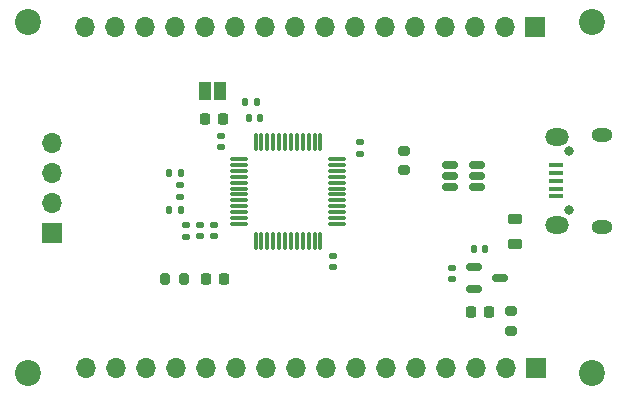
<source format=gbr>
%TF.GenerationSoftware,KiCad,Pcbnew,8.0.5*%
%TF.CreationDate,2025-01-04T11:00:39+02:00*%
%TF.ProjectId,STM32F103,53544d33-3246-4313-9033-2e6b69636164,rev?*%
%TF.SameCoordinates,Original*%
%TF.FileFunction,Soldermask,Top*%
%TF.FilePolarity,Negative*%
%FSLAX46Y46*%
G04 Gerber Fmt 4.6, Leading zero omitted, Abs format (unit mm)*
G04 Created by KiCad (PCBNEW 8.0.5) date 2025-01-04 11:00:39*
%MOMM*%
%LPD*%
G01*
G04 APERTURE LIST*
G04 Aperture macros list*
%AMRoundRect*
0 Rectangle with rounded corners*
0 $1 Rounding radius*
0 $2 $3 $4 $5 $6 $7 $8 $9 X,Y pos of 4 corners*
0 Add a 4 corners polygon primitive as box body*
4,1,4,$2,$3,$4,$5,$6,$7,$8,$9,$2,$3,0*
0 Add four circle primitives for the rounded corners*
1,1,$1+$1,$2,$3*
1,1,$1+$1,$4,$5*
1,1,$1+$1,$6,$7*
1,1,$1+$1,$8,$9*
0 Add four rect primitives between the rounded corners*
20,1,$1+$1,$2,$3,$4,$5,0*
20,1,$1+$1,$4,$5,$6,$7,0*
20,1,$1+$1,$6,$7,$8,$9,0*
20,1,$1+$1,$8,$9,$2,$3,0*%
G04 Aperture macros list end*
%ADD10C,2.200000*%
%ADD11R,1.700000X1.700000*%
%ADD12O,1.700000X1.700000*%
%ADD13RoundRect,0.150000X-0.512500X-0.150000X0.512500X-0.150000X0.512500X0.150000X-0.512500X0.150000X0*%
%ADD14RoundRect,0.200000X-0.275000X0.200000X-0.275000X-0.200000X0.275000X-0.200000X0.275000X0.200000X0*%
%ADD15RoundRect,0.200000X0.200000X0.275000X-0.200000X0.275000X-0.200000X-0.275000X0.200000X-0.275000X0*%
%ADD16RoundRect,0.225000X0.225000X0.250000X-0.225000X0.250000X-0.225000X-0.250000X0.225000X-0.250000X0*%
%ADD17RoundRect,0.075000X-0.662500X-0.075000X0.662500X-0.075000X0.662500X0.075000X-0.662500X0.075000X0*%
%ADD18RoundRect,0.075000X-0.075000X-0.662500X0.075000X-0.662500X0.075000X0.662500X-0.075000X0.662500X0*%
%ADD19RoundRect,0.135000X-0.135000X-0.185000X0.135000X-0.185000X0.135000X0.185000X-0.135000X0.185000X0*%
%ADD20RoundRect,0.140000X0.170000X-0.140000X0.170000X0.140000X-0.170000X0.140000X-0.170000X-0.140000X0*%
%ADD21RoundRect,0.140000X-0.170000X0.140000X-0.170000X-0.140000X0.170000X-0.140000X0.170000X0.140000X0*%
%ADD22RoundRect,0.140000X0.140000X0.170000X-0.140000X0.170000X-0.140000X-0.170000X0.140000X-0.170000X0*%
%ADD23RoundRect,0.218750X-0.381250X0.218750X-0.381250X-0.218750X0.381250X-0.218750X0.381250X0.218750X0*%
%ADD24RoundRect,0.218750X0.218750X0.256250X-0.218750X0.256250X-0.218750X-0.256250X0.218750X-0.256250X0*%
%ADD25RoundRect,0.140000X-0.140000X-0.170000X0.140000X-0.170000X0.140000X0.170000X-0.140000X0.170000X0*%
%ADD26R,1.000000X1.500000*%
%ADD27RoundRect,0.147500X0.172500X-0.147500X0.172500X0.147500X-0.172500X0.147500X-0.172500X-0.147500X0*%
%ADD28RoundRect,0.135000X-0.185000X0.135000X-0.185000X-0.135000X0.185000X-0.135000X0.185000X0.135000X0*%
%ADD29O,0.800000X0.800000*%
%ADD30R,1.300000X0.450000*%
%ADD31O,1.800000X1.150000*%
%ADD32O,2.000000X1.450000*%
%ADD33RoundRect,0.150000X0.512500X0.150000X-0.512500X0.150000X-0.512500X-0.150000X0.512500X-0.150000X0*%
%ADD34RoundRect,0.218750X-0.218750X-0.256250X0.218750X-0.256250X0.218750X0.256250X-0.218750X0.256250X0*%
G04 APERTURE END LIST*
D10*
%TO.C,H4*%
X116375000Y-74525000D03*
%TD*%
D11*
%TO.C,J2*%
X111540000Y-45300000D03*
D12*
X109000000Y-45300000D03*
X106460000Y-45300000D03*
X103920000Y-45300000D03*
X101380000Y-45300000D03*
X98840000Y-45300000D03*
X96300000Y-45300000D03*
X93760000Y-45300000D03*
X91220000Y-45300000D03*
X88680000Y-45300000D03*
X86140000Y-45300000D03*
X83600000Y-45300000D03*
X81060000Y-45300000D03*
X78520000Y-45300000D03*
X75980000Y-45300000D03*
X73440000Y-45300000D03*
%TD*%
D13*
%TO.C,U3*%
X106350000Y-65590000D03*
X106350000Y-67490000D03*
X108625000Y-66540000D03*
%TD*%
D14*
%TO.C,R4*%
X109537500Y-69352500D03*
X109537500Y-71002500D03*
%TD*%
D15*
%TO.C,R3*%
X81875000Y-66620000D03*
X80225000Y-66620000D03*
%TD*%
D16*
%TO.C,C1*%
X85150000Y-53050000D03*
X83600000Y-53050000D03*
%TD*%
D10*
%TO.C,H1*%
X68625000Y-44850000D03*
%TD*%
D17*
%TO.C,U1*%
X86480000Y-56440000D03*
X86480000Y-56940000D03*
X86480000Y-57440000D03*
X86480000Y-57940000D03*
X86480000Y-58440000D03*
X86480000Y-58940000D03*
X86480000Y-59440000D03*
X86480000Y-59940000D03*
X86480000Y-60440000D03*
X86480000Y-60940000D03*
X86480000Y-61440000D03*
X86480000Y-61940000D03*
D18*
X87892500Y-63352500D03*
X88392500Y-63352500D03*
X88892500Y-63352500D03*
X89392500Y-63352500D03*
X89892500Y-63352500D03*
X90392500Y-63352500D03*
X90892500Y-63352500D03*
X91392500Y-63352500D03*
X91892500Y-63352500D03*
X92392500Y-63352500D03*
X92892500Y-63352500D03*
X93392500Y-63352500D03*
D17*
X94805000Y-61940000D03*
X94805000Y-61440000D03*
X94805000Y-60940000D03*
X94805000Y-60440000D03*
X94805000Y-59940000D03*
X94805000Y-59440000D03*
X94805000Y-58940000D03*
X94805000Y-58440000D03*
X94805000Y-57940000D03*
X94805000Y-57440000D03*
X94805000Y-56940000D03*
X94805000Y-56440000D03*
D18*
X93392500Y-55027500D03*
X92892500Y-55027500D03*
X92392500Y-55027500D03*
X91892500Y-55027500D03*
X91392500Y-55027500D03*
X90892500Y-55027500D03*
X90392500Y-55027500D03*
X89892500Y-55027500D03*
X89392500Y-55027500D03*
X88892500Y-55027500D03*
X88392500Y-55027500D03*
X87892500Y-55027500D03*
%TD*%
D11*
%TO.C,J4*%
X70700000Y-62705000D03*
D12*
X70700000Y-60165000D03*
X70700000Y-57625000D03*
X70700000Y-55085000D03*
%TD*%
D19*
%TO.C,R1*%
X87015000Y-51575000D03*
X88035000Y-51575000D03*
%TD*%
D14*
%TO.C,R2*%
X100425000Y-55750000D03*
X100425000Y-57400000D03*
%TD*%
D20*
%TO.C,C2*%
X84950000Y-55430000D03*
X84950000Y-54470000D03*
%TD*%
D21*
%TO.C,C3*%
X94460000Y-64650000D03*
X94460000Y-65610000D03*
%TD*%
D22*
%TO.C,C8*%
X81555000Y-57620000D03*
X80595000Y-57620000D03*
%TD*%
D23*
%TO.C,FB1*%
X109837500Y-61515000D03*
X109837500Y-63640000D03*
%TD*%
D24*
%TO.C,D2*%
X107687500Y-69402500D03*
X106112500Y-69402500D03*
%TD*%
D22*
%TO.C,C9*%
X81565000Y-60800000D03*
X80605000Y-60800000D03*
%TD*%
D21*
%TO.C,C6*%
X83220000Y-62020000D03*
X83220000Y-62980000D03*
%TD*%
D22*
%TO.C,C10*%
X107357500Y-64072500D03*
X106397500Y-64072500D03*
%TD*%
D25*
%TO.C,C5*%
X87345000Y-52975000D03*
X88305000Y-52975000D03*
%TD*%
D21*
%TO.C,C7*%
X82020000Y-62045000D03*
X82020000Y-63005000D03*
%TD*%
D26*
%TO.C,JP1*%
X84900000Y-50675000D03*
X83600000Y-50675000D03*
%TD*%
D27*
%TO.C,L1*%
X84420000Y-62985000D03*
X84420000Y-62015000D03*
%TD*%
D10*
%TO.C,H2*%
X116375000Y-44850000D03*
%TD*%
D21*
%TO.C,C4*%
X96725000Y-55025000D03*
X96725000Y-55985000D03*
%TD*%
D28*
%TO.C,Y1*%
X81525000Y-58680000D03*
X81525000Y-59700000D03*
%TD*%
D29*
%TO.C,J1*%
X114470000Y-60790000D03*
X114470000Y-55790000D03*
D30*
X113370000Y-59590000D03*
X113370000Y-58940000D03*
X113370000Y-58290000D03*
X113370000Y-57640000D03*
X113370000Y-56990000D03*
D31*
X117220000Y-62165000D03*
D32*
X113420000Y-62015000D03*
X113420000Y-54565000D03*
D31*
X117220000Y-54415000D03*
%TD*%
D10*
%TO.C,H3*%
X68625000Y-74525000D03*
%TD*%
D33*
%TO.C,U2*%
X106635000Y-58810000D03*
X106635000Y-57860000D03*
X106635000Y-56910000D03*
X104360000Y-56910000D03*
X104360000Y-57860000D03*
X104360000Y-58810000D03*
%TD*%
D11*
%TO.C,J3*%
X111600000Y-74110000D03*
D12*
X109060000Y-74110000D03*
X106520000Y-74110000D03*
X103980000Y-74110000D03*
X101440000Y-74110000D03*
X98900000Y-74110000D03*
X96360000Y-74110000D03*
X93820000Y-74110000D03*
X91280000Y-74110000D03*
X88740000Y-74110000D03*
X86200000Y-74110000D03*
X83660000Y-74110000D03*
X81120000Y-74110000D03*
X78580000Y-74110000D03*
X76040000Y-74110000D03*
X73500000Y-74110000D03*
%TD*%
D34*
%TO.C,D1*%
X83682500Y-66620000D03*
X85257500Y-66620000D03*
%TD*%
D20*
%TO.C,C11*%
X104570000Y-66600000D03*
X104570000Y-65640000D03*
%TD*%
M02*

</source>
